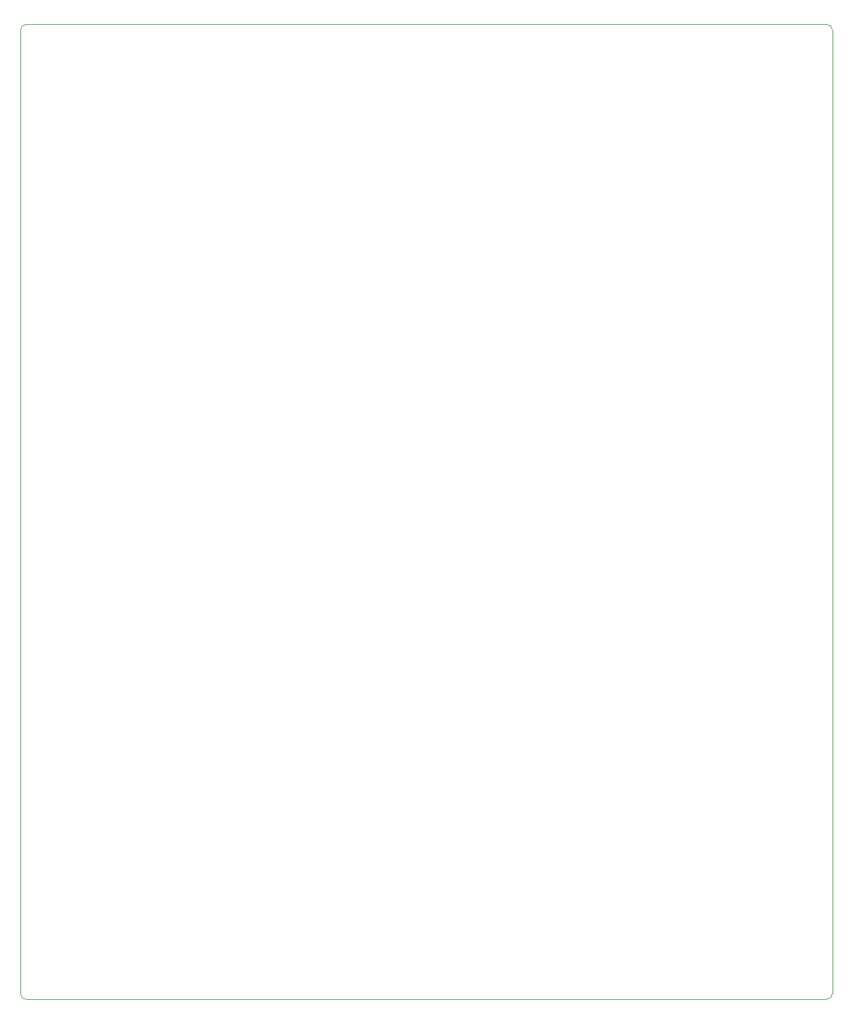
<source format=gm1>
%TF.GenerationSoftware,KiCad,Pcbnew,(5.1.10)-1*%
%TF.CreationDate,2021-10-28T11:13:53+08:00*%
%TF.ProjectId,EGPad,45475061-642e-46b6-9963-61645f706362,rev?*%
%TF.SameCoordinates,Original*%
%TF.FileFunction,Profile,NP*%
%FSLAX46Y46*%
G04 Gerber Fmt 4.6, Leading zero omitted, Abs format (unit mm)*
G04 Created by KiCad (PCBNEW (5.1.10)-1) date 2021-10-28 11:13:53*
%MOMM*%
%LPD*%
G01*
G04 APERTURE LIST*
%TA.AperFunction,Profile*%
%ADD10C,0.050000*%
%TD*%
G04 APERTURE END LIST*
D10*
X90487500Y-29368750D02*
X200025000Y-29368750D01*
X200025000Y-29368750D02*
G75*
G02*
X200818750Y-30162500I0J-793750D01*
G01*
X89693750Y-161925000D02*
X89693750Y-30162500D01*
X90487500Y-162718750D02*
G75*
G02*
X89693750Y-161925000I0J793750D01*
G01*
X200818750Y-161925000D02*
G75*
G02*
X200025000Y-162718750I-793750J0D01*
G01*
X89693750Y-30162500D02*
G75*
G02*
X90487500Y-29368750I793750J0D01*
G01*
X90487500Y-162718750D02*
X200025000Y-162718750D01*
X200818750Y-30162500D02*
X200818750Y-161925000D01*
M02*

</source>
